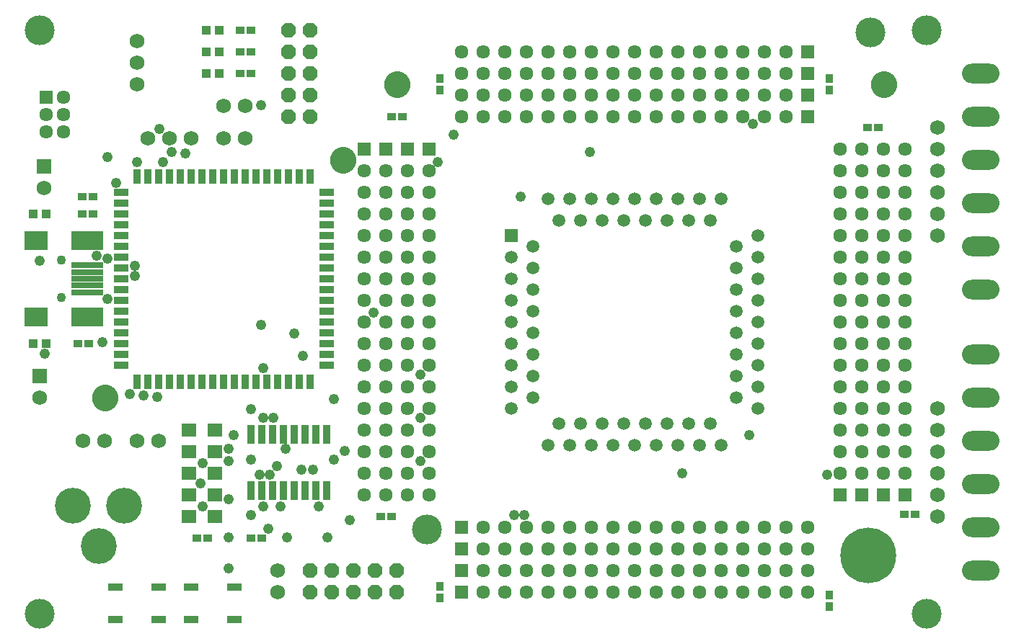
<source format=gts>
G75*
G70*
%OFA0B0*%
%FSLAX24Y24*%
%IPPOS*%
%LPD*%
%AMOC8*
5,1,8,0,0,1.08239X$1,22.5*
%
%ADD10C,0.1380*%
%ADD11C,0.2580*%
%ADD12R,0.0595X0.0595*%
%ADD13C,0.0595*%
%ADD14R,0.0634X0.0634*%
%ADD15C,0.0634*%
%ADD16R,0.0434X0.0356*%
%ADD17R,0.0356X0.0434*%
%ADD18R,0.0395X0.0395*%
%ADD19R,0.0680X0.0380*%
%ADD20R,0.0380X0.0680*%
%ADD21R,0.1064X0.0867*%
%ADD22R,0.1458X0.0867*%
%ADD23R,0.1458X0.0277*%
%ADD24C,0.0434*%
%ADD25C,0.1660*%
%ADD26C,0.0474*%
%ADD27C,0.0500*%
%ADD28C,0.0680*%
%ADD29O,0.1730X0.0905*%
%ADD30R,0.0680X0.0680*%
%ADD31R,0.0340X0.0880*%
%ADD32OC8,0.0680*%
%ADD33R,0.0710X0.0631*%
%ADD34C,0.0480*%
D10*
X002514Y001833D03*
X020414Y005733D03*
X043514Y001833D03*
X043514Y028833D03*
X040914Y028733D03*
X002514Y028833D03*
D11*
X040814Y004533D03*
D12*
X024314Y019333D03*
D13*
X025314Y018833D03*
X024314Y018333D03*
X025314Y017833D03*
X024314Y017333D03*
X025314Y016833D03*
X024314Y016333D03*
X025314Y015833D03*
X024314Y015333D03*
X025314Y014833D03*
X024314Y014333D03*
X025314Y013833D03*
X024314Y013333D03*
X025314Y012833D03*
X024314Y012333D03*
X025314Y011833D03*
X024314Y011333D03*
X026514Y010633D03*
X027514Y010633D03*
X028514Y010633D03*
X029514Y010633D03*
X030514Y010633D03*
X031514Y010633D03*
X032514Y010633D03*
X033514Y010633D03*
X033014Y009633D03*
X032014Y009633D03*
X031014Y009633D03*
X030014Y009633D03*
X029014Y009633D03*
X028014Y009633D03*
X027014Y009633D03*
X026014Y009633D03*
X034014Y009633D03*
X035714Y011333D03*
X034714Y011833D03*
X035714Y012333D03*
X034714Y012833D03*
X035714Y013333D03*
X034714Y013833D03*
X035714Y014333D03*
X034714Y014833D03*
X035714Y015333D03*
X034714Y015833D03*
X035714Y016333D03*
X034714Y016833D03*
X035714Y017333D03*
X034714Y017833D03*
X035714Y018333D03*
X034714Y018833D03*
X035714Y019333D03*
X033514Y020033D03*
X032514Y020033D03*
X031514Y020033D03*
X030514Y020033D03*
X029514Y020033D03*
X028514Y020033D03*
X027514Y020033D03*
X026514Y020033D03*
X026014Y021033D03*
X027014Y021033D03*
X028014Y021033D03*
X029014Y021033D03*
X030014Y021033D03*
X031014Y021033D03*
X032014Y021033D03*
X033014Y021033D03*
X034014Y021033D03*
D14*
X038014Y024833D03*
X038014Y025833D03*
X038014Y026833D03*
X038014Y027833D03*
X020514Y023333D03*
X019514Y023333D03*
X018514Y023333D03*
X017514Y023333D03*
X002820Y025720D03*
X022014Y005833D03*
X022014Y004833D03*
X022014Y003833D03*
X022014Y002833D03*
X039514Y007333D03*
X040514Y007333D03*
X041514Y007333D03*
X042514Y007333D03*
D15*
X042514Y008333D03*
X041514Y008333D03*
X040514Y008333D03*
X039514Y008333D03*
X039514Y009333D03*
X040514Y009333D03*
X041514Y009333D03*
X042514Y009333D03*
X042514Y010333D03*
X041514Y010333D03*
X040514Y010333D03*
X039514Y010333D03*
X039514Y011333D03*
X040514Y011333D03*
X041514Y011333D03*
X042514Y011333D03*
X042514Y012333D03*
X041514Y012333D03*
X040514Y012333D03*
X039514Y012333D03*
X039514Y013333D03*
X040514Y013333D03*
X041514Y013333D03*
X042514Y013333D03*
X042514Y014333D03*
X041514Y014333D03*
X040514Y014333D03*
X039514Y014333D03*
X039514Y015333D03*
X040514Y015333D03*
X041514Y015333D03*
X042514Y015333D03*
X042514Y016333D03*
X041514Y016333D03*
X040514Y016333D03*
X039514Y016333D03*
X039514Y017333D03*
X040514Y017333D03*
X041514Y017333D03*
X042514Y017333D03*
X042514Y018333D03*
X041514Y018333D03*
X040514Y018333D03*
X039514Y018333D03*
X039514Y019333D03*
X040514Y019333D03*
X041514Y019333D03*
X042514Y019333D03*
X042514Y020333D03*
X041514Y020333D03*
X040514Y020333D03*
X039514Y020333D03*
X039514Y021333D03*
X040514Y021333D03*
X041514Y021333D03*
X042514Y021333D03*
X042514Y022333D03*
X041514Y022333D03*
X040514Y022333D03*
X039514Y022333D03*
X039514Y023333D03*
X040514Y023333D03*
X041514Y023333D03*
X042514Y023333D03*
X037014Y024833D03*
X036014Y024833D03*
X035014Y024833D03*
X034014Y024833D03*
X033014Y024833D03*
X032014Y024833D03*
X031014Y024833D03*
X030014Y024833D03*
X029014Y024833D03*
X028014Y024833D03*
X027014Y024833D03*
X026014Y024833D03*
X025014Y024833D03*
X024014Y024833D03*
X023014Y024833D03*
X022014Y024833D03*
X022014Y025833D03*
X023014Y025833D03*
X024014Y025833D03*
X025014Y025833D03*
X026014Y025833D03*
X027014Y025833D03*
X028014Y025833D03*
X029014Y025833D03*
X030014Y025833D03*
X031014Y025833D03*
X032014Y025833D03*
X033014Y025833D03*
X034014Y025833D03*
X035014Y025833D03*
X036014Y025833D03*
X037014Y025833D03*
X037014Y026833D03*
X036014Y026833D03*
X035014Y026833D03*
X034014Y026833D03*
X033014Y026833D03*
X032014Y026833D03*
X031014Y026833D03*
X030014Y026833D03*
X029014Y026833D03*
X028014Y026833D03*
X027014Y026833D03*
X026014Y026833D03*
X025014Y026833D03*
X024014Y026833D03*
X023014Y026833D03*
X022014Y026833D03*
X022014Y027833D03*
X023014Y027833D03*
X024014Y027833D03*
X025014Y027833D03*
X026014Y027833D03*
X027014Y027833D03*
X028014Y027833D03*
X029014Y027833D03*
X030014Y027833D03*
X031014Y027833D03*
X032014Y027833D03*
X033014Y027833D03*
X034014Y027833D03*
X035014Y027833D03*
X036014Y027833D03*
X037014Y027833D03*
X020514Y022333D03*
X019514Y022333D03*
X018514Y022333D03*
X017514Y022333D03*
X017514Y021333D03*
X018514Y021333D03*
X019514Y021333D03*
X020514Y021333D03*
X020514Y020333D03*
X019514Y020333D03*
X018514Y020333D03*
X017514Y020333D03*
X017514Y019333D03*
X018514Y019333D03*
X019514Y019333D03*
X020514Y019333D03*
X020514Y018333D03*
X019514Y018333D03*
X018514Y018333D03*
X017514Y018333D03*
X017514Y017333D03*
X018514Y017333D03*
X019514Y017333D03*
X020514Y017333D03*
X020514Y016333D03*
X019514Y016333D03*
X018514Y016333D03*
X017514Y016333D03*
X017514Y015333D03*
X018514Y015333D03*
X019514Y015333D03*
X020514Y015333D03*
X020514Y014333D03*
X019514Y014333D03*
X018514Y014333D03*
X017514Y014333D03*
X017514Y013333D03*
X018514Y013333D03*
X019514Y013333D03*
X020514Y013333D03*
X020514Y012333D03*
X019514Y012333D03*
X018514Y012333D03*
X017514Y012333D03*
X017514Y011333D03*
X018514Y011333D03*
X019514Y011333D03*
X020514Y011333D03*
X020514Y010333D03*
X019514Y010333D03*
X018514Y010333D03*
X017514Y010333D03*
X017514Y009333D03*
X018514Y009333D03*
X019514Y009333D03*
X020514Y009333D03*
X020514Y008333D03*
X019514Y008333D03*
X018514Y008333D03*
X017514Y008333D03*
X017514Y007333D03*
X018514Y007333D03*
X019514Y007333D03*
X020514Y007333D03*
X023014Y005833D03*
X024014Y005833D03*
X025014Y005833D03*
X026014Y005833D03*
X027014Y005833D03*
X028014Y005833D03*
X029014Y005833D03*
X030014Y005833D03*
X031014Y005833D03*
X032014Y005833D03*
X033014Y005833D03*
X034014Y005833D03*
X035014Y005833D03*
X036014Y005833D03*
X037014Y005833D03*
X038014Y005833D03*
X038014Y004833D03*
X037014Y004833D03*
X036014Y004833D03*
X035014Y004833D03*
X034014Y004833D03*
X033014Y004833D03*
X032014Y004833D03*
X031014Y004833D03*
X030014Y004833D03*
X029014Y004833D03*
X028014Y004833D03*
X027014Y004833D03*
X026014Y004833D03*
X025014Y004833D03*
X024014Y004833D03*
X023014Y004833D03*
X023014Y003833D03*
X024014Y003833D03*
X025014Y003833D03*
X026014Y003833D03*
X027014Y003833D03*
X028014Y003833D03*
X029014Y003833D03*
X030014Y003833D03*
X031014Y003833D03*
X032014Y003833D03*
X033014Y003833D03*
X034014Y003833D03*
X035014Y003833D03*
X036014Y003833D03*
X037014Y003833D03*
X038014Y003833D03*
X038014Y002833D03*
X037014Y002833D03*
X036014Y002833D03*
X035014Y002833D03*
X034014Y002833D03*
X033014Y002833D03*
X032014Y002833D03*
X031014Y002833D03*
X030014Y002833D03*
X029014Y002833D03*
X028014Y002833D03*
X027014Y002833D03*
X026014Y002833D03*
X025014Y002833D03*
X024014Y002833D03*
X023014Y002833D03*
X003608Y024145D03*
X002820Y024145D03*
X002820Y024933D03*
X003608Y024933D03*
X003608Y025720D03*
D16*
X004458Y021133D03*
X004970Y021133D03*
X004970Y020333D03*
X004458Y020333D03*
X004258Y014333D03*
X004770Y014333D03*
X018258Y006333D03*
X018770Y006333D03*
X012770Y005333D03*
X012258Y005333D03*
X010270Y005333D03*
X009758Y005333D03*
X040758Y024333D03*
X041270Y024333D03*
X019270Y024833D03*
X018758Y024833D03*
X012270Y026833D03*
X011758Y026833D03*
X011758Y027833D03*
X012270Y027833D03*
X012270Y028833D03*
X011758Y028833D03*
X042458Y006433D03*
X042970Y006433D03*
D17*
X039014Y002689D03*
X039014Y002177D03*
X021014Y002577D03*
X021014Y003089D03*
X021014Y026077D03*
X021014Y026589D03*
X039014Y026589D03*
X039014Y026077D03*
D18*
X010809Y026833D03*
X010219Y026833D03*
X010219Y027833D03*
X010809Y027833D03*
X010809Y028833D03*
X010219Y028833D03*
X002809Y020333D03*
X002219Y020333D03*
X002219Y014333D03*
X002809Y014333D03*
D19*
X006264Y014333D03*
X006264Y013833D03*
X006264Y013333D03*
X006264Y014833D03*
X006264Y015333D03*
X006264Y015833D03*
X006264Y016333D03*
X006264Y016833D03*
X006264Y017333D03*
X006264Y017833D03*
X006264Y018333D03*
X006264Y018833D03*
X006264Y019333D03*
X006264Y019833D03*
X006264Y020333D03*
X006264Y020833D03*
X006264Y021333D03*
X015764Y021333D03*
X015764Y020833D03*
X015764Y020333D03*
X015764Y019833D03*
X015764Y019333D03*
X015764Y018833D03*
X015764Y018333D03*
X015764Y017833D03*
X015764Y017333D03*
X015764Y016833D03*
X015764Y016333D03*
X015764Y015833D03*
X015764Y015333D03*
X015764Y014833D03*
X015764Y014333D03*
X015764Y013833D03*
X015764Y013333D03*
X011514Y003083D03*
X011514Y001583D03*
X009514Y001583D03*
X008014Y001583D03*
X008014Y003083D03*
X009514Y003083D03*
X006014Y003083D03*
X006014Y001583D03*
D20*
X007014Y012583D03*
X007514Y012583D03*
X008014Y012583D03*
X008514Y012583D03*
X009014Y012583D03*
X009514Y012583D03*
X010014Y012583D03*
X010514Y012583D03*
X011014Y012583D03*
X011514Y012583D03*
X012014Y012583D03*
X012514Y012583D03*
X013014Y012583D03*
X013514Y012583D03*
X014014Y012583D03*
X014514Y012583D03*
X015014Y012583D03*
X015014Y022083D03*
X014514Y022083D03*
X014014Y022083D03*
X013514Y022083D03*
X013014Y022083D03*
X012514Y022083D03*
X012014Y022083D03*
X011514Y022083D03*
X011014Y022083D03*
X010514Y022083D03*
X010014Y022083D03*
X009514Y022083D03*
X009014Y022083D03*
X008514Y022083D03*
X008014Y022083D03*
X007514Y022083D03*
X007014Y022083D03*
D21*
X002333Y019104D03*
X002333Y015561D03*
D22*
X004695Y015561D03*
X004695Y019104D03*
D23*
X004699Y017966D03*
X004695Y017648D03*
X004695Y017333D03*
X004695Y017018D03*
X004695Y016703D03*
D24*
X003514Y016466D03*
X003514Y018199D03*
D25*
X004046Y006833D03*
X006408Y006833D03*
X005227Y004982D03*
D26*
X005514Y011833D03*
X016514Y022833D03*
X019014Y026333D03*
X041514Y026333D03*
D27*
X041160Y026333D02*
X041162Y026371D01*
X041168Y026408D01*
X041178Y026444D01*
X041192Y026479D01*
X041209Y026513D01*
X041230Y026544D01*
X041254Y026573D01*
X041281Y026599D01*
X041311Y026623D01*
X041342Y026643D01*
X041376Y026659D01*
X041412Y026672D01*
X041448Y026681D01*
X041486Y026686D01*
X041523Y026687D01*
X041561Y026684D01*
X041598Y026677D01*
X041634Y026666D01*
X041669Y026651D01*
X041702Y026633D01*
X041733Y026611D01*
X041761Y026587D01*
X041787Y026559D01*
X041809Y026529D01*
X041828Y026496D01*
X041844Y026462D01*
X041856Y026426D01*
X041863Y026389D01*
X041867Y026352D01*
X041867Y026314D01*
X041863Y026277D01*
X041856Y026240D01*
X041844Y026204D01*
X041828Y026170D01*
X041809Y026137D01*
X041787Y026107D01*
X041761Y026079D01*
X041733Y026055D01*
X041702Y026033D01*
X041669Y026015D01*
X041634Y026000D01*
X041598Y025989D01*
X041561Y025982D01*
X041523Y025979D01*
X041486Y025980D01*
X041448Y025985D01*
X041412Y025994D01*
X041376Y026007D01*
X041342Y026023D01*
X041311Y026043D01*
X041281Y026067D01*
X041254Y026093D01*
X041230Y026122D01*
X041209Y026153D01*
X041192Y026187D01*
X041178Y026222D01*
X041168Y026258D01*
X041162Y026295D01*
X041160Y026333D01*
X018660Y026333D02*
X018662Y026371D01*
X018668Y026408D01*
X018678Y026444D01*
X018692Y026479D01*
X018709Y026513D01*
X018730Y026544D01*
X018754Y026573D01*
X018781Y026599D01*
X018811Y026623D01*
X018842Y026643D01*
X018876Y026659D01*
X018912Y026672D01*
X018948Y026681D01*
X018986Y026686D01*
X019023Y026687D01*
X019061Y026684D01*
X019098Y026677D01*
X019134Y026666D01*
X019169Y026651D01*
X019202Y026633D01*
X019233Y026611D01*
X019261Y026587D01*
X019287Y026559D01*
X019309Y026529D01*
X019328Y026496D01*
X019344Y026462D01*
X019356Y026426D01*
X019363Y026389D01*
X019367Y026352D01*
X019367Y026314D01*
X019363Y026277D01*
X019356Y026240D01*
X019344Y026204D01*
X019328Y026170D01*
X019309Y026137D01*
X019287Y026107D01*
X019261Y026079D01*
X019233Y026055D01*
X019202Y026033D01*
X019169Y026015D01*
X019134Y026000D01*
X019098Y025989D01*
X019061Y025982D01*
X019023Y025979D01*
X018986Y025980D01*
X018948Y025985D01*
X018912Y025994D01*
X018876Y026007D01*
X018842Y026023D01*
X018811Y026043D01*
X018781Y026067D01*
X018754Y026093D01*
X018730Y026122D01*
X018709Y026153D01*
X018692Y026187D01*
X018678Y026222D01*
X018668Y026258D01*
X018662Y026295D01*
X018660Y026333D01*
X016160Y022833D02*
X016162Y022871D01*
X016168Y022908D01*
X016178Y022944D01*
X016192Y022979D01*
X016209Y023013D01*
X016230Y023044D01*
X016254Y023073D01*
X016281Y023099D01*
X016311Y023123D01*
X016342Y023143D01*
X016376Y023159D01*
X016412Y023172D01*
X016448Y023181D01*
X016486Y023186D01*
X016523Y023187D01*
X016561Y023184D01*
X016598Y023177D01*
X016634Y023166D01*
X016669Y023151D01*
X016702Y023133D01*
X016733Y023111D01*
X016761Y023087D01*
X016787Y023059D01*
X016809Y023029D01*
X016828Y022996D01*
X016844Y022962D01*
X016856Y022926D01*
X016863Y022889D01*
X016867Y022852D01*
X016867Y022814D01*
X016863Y022777D01*
X016856Y022740D01*
X016844Y022704D01*
X016828Y022670D01*
X016809Y022637D01*
X016787Y022607D01*
X016761Y022579D01*
X016733Y022555D01*
X016702Y022533D01*
X016669Y022515D01*
X016634Y022500D01*
X016598Y022489D01*
X016561Y022482D01*
X016523Y022479D01*
X016486Y022480D01*
X016448Y022485D01*
X016412Y022494D01*
X016376Y022507D01*
X016342Y022523D01*
X016311Y022543D01*
X016281Y022567D01*
X016254Y022593D01*
X016230Y022622D01*
X016209Y022653D01*
X016192Y022687D01*
X016178Y022722D01*
X016168Y022758D01*
X016162Y022795D01*
X016160Y022833D01*
X005160Y011833D02*
X005162Y011871D01*
X005168Y011908D01*
X005178Y011944D01*
X005192Y011979D01*
X005209Y012013D01*
X005230Y012044D01*
X005254Y012073D01*
X005281Y012099D01*
X005311Y012123D01*
X005342Y012143D01*
X005376Y012159D01*
X005412Y012172D01*
X005448Y012181D01*
X005486Y012186D01*
X005523Y012187D01*
X005561Y012184D01*
X005598Y012177D01*
X005634Y012166D01*
X005669Y012151D01*
X005702Y012133D01*
X005733Y012111D01*
X005761Y012087D01*
X005787Y012059D01*
X005809Y012029D01*
X005828Y011996D01*
X005844Y011962D01*
X005856Y011926D01*
X005863Y011889D01*
X005867Y011852D01*
X005867Y011814D01*
X005863Y011777D01*
X005856Y011740D01*
X005844Y011704D01*
X005828Y011670D01*
X005809Y011637D01*
X005787Y011607D01*
X005761Y011579D01*
X005733Y011555D01*
X005702Y011533D01*
X005669Y011515D01*
X005634Y011500D01*
X005598Y011489D01*
X005561Y011482D01*
X005523Y011479D01*
X005486Y011480D01*
X005448Y011485D01*
X005412Y011494D01*
X005376Y011507D01*
X005342Y011523D01*
X005311Y011543D01*
X005281Y011567D01*
X005254Y011593D01*
X005230Y011622D01*
X005209Y011653D01*
X005192Y011687D01*
X005178Y011722D01*
X005168Y011758D01*
X005162Y011795D01*
X005160Y011833D01*
D28*
X005514Y009833D03*
X004514Y009833D03*
X007014Y009833D03*
X008014Y009833D03*
X002514Y011833D03*
X013514Y003833D03*
X013514Y002833D03*
X002714Y021533D03*
X007514Y023833D03*
X008514Y023833D03*
X009514Y023833D03*
X011014Y023833D03*
X012014Y023833D03*
X012014Y025333D03*
X011014Y025333D03*
X007014Y026333D03*
X007014Y027333D03*
X007014Y028333D03*
X044014Y024333D03*
X044014Y023333D03*
X044014Y022333D03*
X044014Y021333D03*
X044014Y020333D03*
X044014Y019333D03*
X044014Y011333D03*
X044014Y010333D03*
X044014Y009333D03*
X044014Y008333D03*
X044014Y007333D03*
X044014Y006333D03*
D29*
X046014Y005833D03*
X046014Y007833D03*
X046014Y009833D03*
X046014Y011833D03*
X046014Y013833D03*
X046014Y016833D03*
X046014Y018833D03*
X046014Y020833D03*
X046014Y022833D03*
X046014Y024833D03*
X046014Y026833D03*
X046014Y003833D03*
D30*
X002714Y022533D03*
X002514Y012833D03*
D31*
X012264Y010138D03*
X012764Y010138D03*
X013264Y010138D03*
X013764Y010138D03*
X014264Y010138D03*
X014764Y010138D03*
X015264Y010138D03*
X015764Y010138D03*
X015764Y007528D03*
X015264Y007528D03*
X014764Y007528D03*
X014264Y007528D03*
X013764Y007528D03*
X013264Y007528D03*
X012764Y007528D03*
X012264Y007528D03*
D32*
X015014Y003833D03*
X016014Y003833D03*
X017014Y003833D03*
X018014Y003833D03*
X019014Y003833D03*
X019014Y002833D03*
X018014Y002833D03*
X017014Y002833D03*
X016014Y002833D03*
X015014Y002833D03*
X015014Y024833D03*
X014014Y024833D03*
X014014Y025833D03*
X015014Y025833D03*
X015014Y026833D03*
X014014Y026833D03*
X014014Y027833D03*
X015014Y027833D03*
X015014Y028833D03*
X014014Y028833D03*
D33*
X010605Y010333D03*
X009423Y010333D03*
X009423Y009333D03*
X010605Y009333D03*
X010605Y008333D03*
X009423Y008333D03*
X009423Y007333D03*
X010605Y007333D03*
X010605Y006333D03*
X009423Y006333D03*
D34*
X010034Y006813D03*
X011234Y007133D03*
X012274Y006413D03*
X012834Y006813D03*
X013634Y006813D03*
X013074Y005773D03*
X013954Y005373D03*
X015794Y005373D03*
X016834Y006173D03*
X015394Y006813D03*
X013154Y008253D03*
X012674Y008253D03*
X013474Y008653D03*
X014594Y008493D03*
X015154Y008493D03*
X016114Y008973D03*
X016594Y009373D03*
X013874Y009453D03*
X012274Y008973D03*
X011234Y008893D03*
X011234Y009453D03*
X011474Y010093D03*
X012274Y011293D03*
X012834Y010893D03*
X013314Y010893D03*
X016094Y011773D03*
X014674Y013773D03*
X012834Y013213D03*
X014274Y014813D03*
X012754Y015213D03*
X017954Y015773D03*
X020114Y012893D03*
X020114Y010893D03*
X020114Y008893D03*
X024434Y006413D03*
X024914Y006413D03*
X032194Y008333D03*
X035314Y010093D03*
X038914Y008253D03*
X024754Y021133D03*
X027954Y023213D03*
X021634Y024013D03*
X020914Y022733D03*
X012754Y025373D03*
X009234Y023133D03*
X008594Y023213D03*
X008194Y022733D03*
X006994Y022733D03*
X005634Y022973D03*
X006034Y021773D03*
X008034Y024253D03*
X005634Y018253D03*
X005154Y018413D03*
X006914Y017933D03*
X006914Y017453D03*
X005634Y016413D03*
X005394Y014413D03*
X002754Y013853D03*
X006674Y012013D03*
X007314Y011933D03*
X007954Y011853D03*
X010034Y008813D03*
X009954Y007853D03*
X011234Y005373D03*
X011234Y003933D03*
X002514Y018173D03*
X035474Y024493D03*
M02*

</source>
